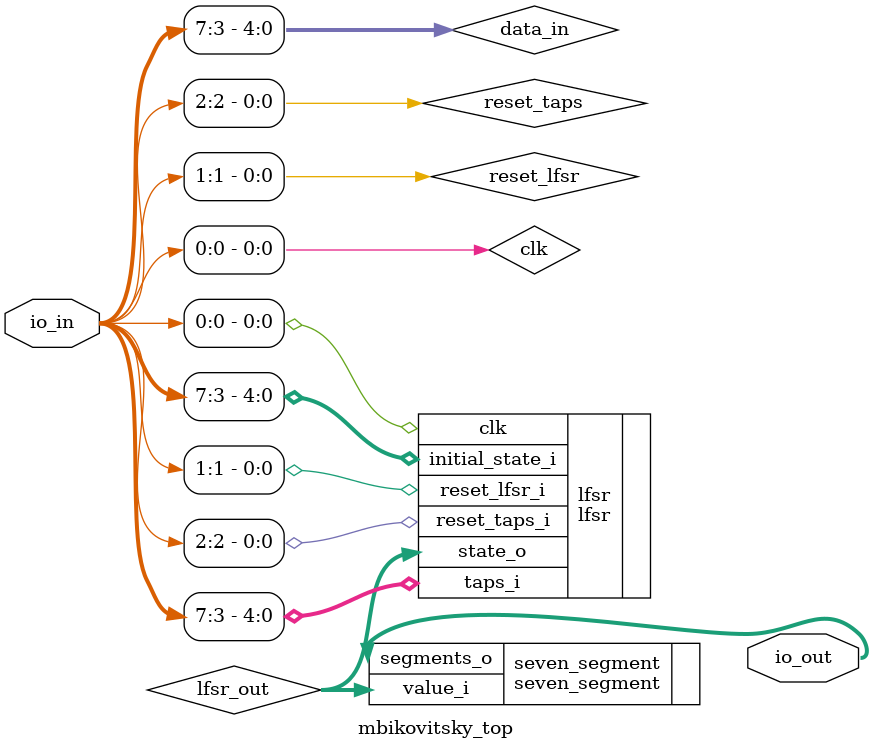
<source format=v>
module mbikovitsky_top #(
    parameter CLOCK_HZ = 1000
) (
    input [7:0] io_in,
    output [7:0] io_out
);

    localparam LFSR_BITS = 5;

    wire clk = io_in[0];
    wire reset_lfsr = io_in[1];
    wire reset_taps = io_in[2];
    wire [LFSR_BITS-1:0] data_in = io_in[3+LFSR_BITS-1:3];

    seven_segment seven_segment (
        .value_i(lfsr_out),
        .segments_o(io_out)
    );

    wire [LFSR_BITS-1:0] lfsr_out;

    lfsr #(.BITS(LFSR_BITS), .TICKS(CLOCK_HZ)) lfsr(
        .clk(clk),

        .reset_lfsr_i(reset_lfsr),
        .initial_state_i(data_in),

        .reset_taps_i(reset_taps),
        .taps_i(data_in),

        .state_o(lfsr_out)
    );

endmodule

</source>
